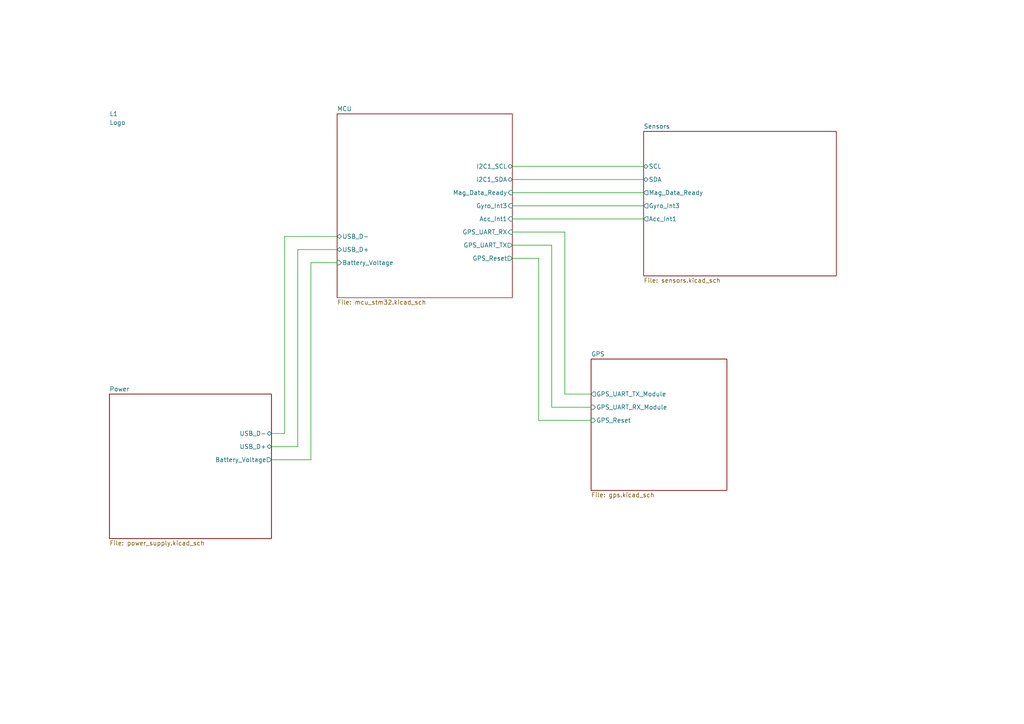
<source format=kicad_sch>
(kicad_sch (version 20211123) (generator eeschema)

  (uuid d1fb9737-5f7a-4af8-ac65-2a79f6890dc7)

  (paper "A4")

  (lib_symbols
    (symbol "Components:Logo" (in_bom yes) (on_board yes)
      (property "Reference" "L" (id 0) (at 0 0 0)
        (effects (font (size 1.27 1.27)))
      )
      (property "Value" "Logo" (id 1) (at 0 0 0)
        (effects (font (size 1.27 1.27)))
      )
      (property "Footprint" "Components:ICSS_Logo" (id 2) (at 0 0 0)
        (effects (font (size 1.27 1.27)) hide)
      )
      (property "Datasheet" "" (id 3) (at 0 0 0)
        (effects (font (size 1.27 1.27)) hide)
      )
    )
  )


  (wire (pts (xy 82.55 125.73) (xy 82.55 68.58))
    (stroke (width 0) (type default) (color 0 0 0 0))
    (uuid 47971295-44da-4df9-ae38-e7d2ec30e2e5)
  )
  (wire (pts (xy 86.36 72.39) (xy 86.36 129.54))
    (stroke (width 0) (type default) (color 0 0 0 0))
    (uuid 51ba0bc4-6551-47fc-94de-43c4355e1414)
  )
  (wire (pts (xy 156.21 74.93) (xy 156.21 121.92))
    (stroke (width 0) (type default) (color 0 0 0 0))
    (uuid 56cfbbc8-0159-460c-9d23-09b05a253cde)
  )
  (wire (pts (xy 97.79 72.39) (xy 86.36 72.39))
    (stroke (width 0) (type default) (color 0 0 0 0))
    (uuid 598115af-a67d-4cb8-8d3f-030487e5dcc9)
  )
  (wire (pts (xy 82.55 68.58) (xy 97.79 68.58))
    (stroke (width 0) (type default) (color 0 0 0 0))
    (uuid 5bb314d7-fe77-4004-b42f-17d9a8c48f60)
  )
  (wire (pts (xy 160.02 71.12) (xy 160.02 118.11))
    (stroke (width 0) (type default) (color 0 0 0 0))
    (uuid 6a0dcf17-41f0-4c0c-b32c-5a8e2a89ccc2)
  )
  (wire (pts (xy 78.74 125.73) (xy 82.55 125.73))
    (stroke (width 0) (type default) (color 0 0 0 0))
    (uuid 6fd73cd6-eb6e-4eb7-81d4-c63a321231b9)
  )
  (wire (pts (xy 163.83 114.3) (xy 171.45 114.3))
    (stroke (width 0) (type default) (color 0 0 0 0))
    (uuid 88c9d8e1-016d-4790-afb5-e84b320d5b5e)
  )
  (wire (pts (xy 90.17 133.35) (xy 90.17 76.2))
    (stroke (width 0) (type default) (color 0 0 0 0))
    (uuid 9543ed53-26ce-4812-b749-86aee05604d6)
  )
  (wire (pts (xy 148.59 59.69) (xy 186.69 59.69))
    (stroke (width 0) (type default) (color 0 0 0 0))
    (uuid a1227779-b1c7-4d01-a809-04139834e060)
  )
  (wire (pts (xy 148.59 71.12) (xy 160.02 71.12))
    (stroke (width 0) (type default) (color 0 0 0 0))
    (uuid a86599e4-7527-4487-9c86-01aca2f32f8f)
  )
  (wire (pts (xy 163.83 67.31) (xy 163.83 114.3))
    (stroke (width 0) (type default) (color 0 0 0 0))
    (uuid b36a26ba-c8f5-4463-a07c-4573f1f0416a)
  )
  (wire (pts (xy 148.59 55.88) (xy 186.69 55.88))
    (stroke (width 0) (type default) (color 0 0 0 0))
    (uuid bde5c433-2172-4997-a5b0-6ad2cca4a85b)
  )
  (wire (pts (xy 160.02 118.11) (xy 171.45 118.11))
    (stroke (width 0) (type default) (color 0 0 0 0))
    (uuid c279e77b-9aa6-4385-9529-4c8bf45e720a)
  )
  (wire (pts (xy 148.59 74.93) (xy 156.21 74.93))
    (stroke (width 0) (type default) (color 0 0 0 0))
    (uuid c499bdcf-9fff-4b0a-97fd-96ce9295a3b2)
  )
  (wire (pts (xy 148.59 52.07) (xy 186.69 52.07))
    (stroke (width 0) (type default) (color 0 0 0 0))
    (uuid c686a321-225c-42e6-a726-d5a38dfcf073)
  )
  (wire (pts (xy 78.74 129.54) (xy 86.36 129.54))
    (stroke (width 0) (type default) (color 0 0 0 0))
    (uuid d58bd040-0e99-455a-9178-c940d0a48145)
  )
  (wire (pts (xy 148.59 63.5) (xy 186.69 63.5))
    (stroke (width 0) (type default) (color 0 0 0 0))
    (uuid e05753ed-7341-47b0-ac09-2147a626ae3f)
  )
  (wire (pts (xy 148.59 67.31) (xy 163.83 67.31))
    (stroke (width 0) (type default) (color 0 0 0 0))
    (uuid e3104fbb-dec7-4359-9856-ed881fabcdb1)
  )
  (wire (pts (xy 90.17 76.2) (xy 97.79 76.2))
    (stroke (width 0) (type default) (color 0 0 0 0))
    (uuid ebcd0142-5adb-46e6-9c10-14672df7e3c7)
  )
  (wire (pts (xy 156.21 121.92) (xy 171.45 121.92))
    (stroke (width 0) (type default) (color 0 0 0 0))
    (uuid ec5a9906-e68f-40f5-8383-08d2bb547772)
  )
  (wire (pts (xy 78.74 133.35) (xy 90.17 133.35))
    (stroke (width 0) (type default) (color 0 0 0 0))
    (uuid f8eb6cac-016b-43ab-845c-ec6b2bf62fd5)
  )
  (wire (pts (xy 148.59 48.26) (xy 186.69 48.26))
    (stroke (width 0) (type default) (color 0 0 0 0))
    (uuid f9a84e8b-56af-4b2c-8be7-8fa7df9e095a)
  )

  (symbol (lib_id "Components:Logo") (at 30.48 34.29 0) (unit 1)
    (in_bom yes) (on_board yes) (fields_autoplaced)
    (uuid 707d4321-6a5f-431a-bddf-316d812079af)
    (property "Reference" "L1" (id 0) (at 31.75 33.0199 0)
      (effects (font (size 1.27 1.27)) (justify left))
    )
    (property "Value" "Logo" (id 1) (at 31.75 35.5599 0)
      (effects (font (size 1.27 1.27)) (justify left))
    )
    (property "Footprint" "Components:ICSS_Logo" (id 2) (at 30.48 34.29 0)
      (effects (font (size 1.27 1.27)) hide)
    )
    (property "Datasheet" "" (id 3) (at 30.48 34.29 0)
      (effects (font (size 1.27 1.27)) hide)
    )
  )

  (sheet (at 186.69 38.1) (size 55.88 41.91) (fields_autoplaced)
    (stroke (width 0.1524) (type solid) (color 0 0 0 0))
    (fill (color 0 0 0 0.0000))
    (uuid 0e7a8511-bb07-4cdf-8fc9-61e0cb55f4d9)
    (property "Sheet name" "Sensors" (id 0) (at 186.69 37.3884 0)
      (effects (font (size 1.27 1.27)) (justify left bottom))
    )
    (property "Sheet file" "sensors.kicad_sch" (id 1) (at 186.69 80.5946 0)
      (effects (font (size 1.27 1.27)) (justify left top))
    )
    (pin "SCL" bidirectional (at 186.69 48.26 180)
      (effects (font (size 1.27 1.27)) (justify left))
      (uuid 0480b4c4-5e78-4d41-b77f-b307df2e5b8b)
    )
    (pin "SDA" bidirectional (at 186.69 52.07 180)
      (effects (font (size 1.27 1.27)) (justify left))
      (uuid 860cbbc5-e272-4298-8ae7-0a38d3f35bc5)
    )
    (pin "Mag_Data_Ready" output (at 186.69 55.88 180)
      (effects (font (size 1.27 1.27)) (justify left))
      (uuid 938f1583-d85a-413a-ba04-f838e67107f5)
    )
    (pin "Acc_Int1" output (at 186.69 63.5 180)
      (effects (font (size 1.27 1.27)) (justify left))
      (uuid 8e6e8c99-e46a-4913-bafc-ed728b4f554b)
    )
    (pin "Gyro_Int3" output (at 186.69 59.69 180)
      (effects (font (size 1.27 1.27)) (justify left))
      (uuid c200c320-d46a-4a90-8c92-309bfd5905fc)
    )
  )

  (sheet (at 31.75 114.3) (size 46.99 41.91) (fields_autoplaced)
    (stroke (width 0.1524) (type solid) (color 0 0 0 0))
    (fill (color 0 0 0 0.0000))
    (uuid 5a4d8c5a-da32-47cd-8dfd-858fccee0cc7)
    (property "Sheet name" "Power" (id 0) (at 31.75 113.5884 0)
      (effects (font (size 1.27 1.27)) (justify left bottom))
    )
    (property "Sheet file" "power_supply.kicad_sch" (id 1) (at 31.75 156.7946 0)
      (effects (font (size 1.27 1.27)) (justify left top))
    )
    (pin "Battery_Voltage" output (at 78.74 133.35 0)
      (effects (font (size 1.27 1.27)) (justify right))
      (uuid 52db1224-560d-4c27-848c-d78f656c2684)
    )
    (pin "USB_D+" bidirectional (at 78.74 129.54 0)
      (effects (font (size 1.27 1.27)) (justify right))
      (uuid cfc18820-0684-4a40-8cc2-5ecd44ab7012)
    )
    (pin "USB_D-" bidirectional (at 78.74 125.73 0)
      (effects (font (size 1.27 1.27)) (justify right))
      (uuid e32e8c74-081a-460b-aa4e-d5e891c40ad1)
    )
  )

  (sheet (at 171.45 104.14) (size 39.37 38.1) (fields_autoplaced)
    (stroke (width 0.1524) (type solid) (color 0 0 0 0))
    (fill (color 0 0 0 0.0000))
    (uuid 91cf0010-9ee0-4eb5-a57e-e0ac00755c97)
    (property "Sheet name" "GPS" (id 0) (at 171.45 103.4284 0)
      (effects (font (size 1.27 1.27)) (justify left bottom))
    )
    (property "Sheet file" "gps.kicad_sch" (id 1) (at 171.45 142.8246 0)
      (effects (font (size 1.27 1.27)) (justify left top))
    )
    (pin "GPS_Reset" input (at 171.45 121.92 180)
      (effects (font (size 1.27 1.27)) (justify left))
      (uuid c5d4d55e-f470-4210-8d4e-016745ce2717)
    )
    (pin "GPS_UART_TX_Module" output (at 171.45 114.3 180)
      (effects (font (size 1.27 1.27)) (justify left))
      (uuid 61b9a580-c73e-4dd0-86ad-28ca6d630ecc)
    )
    (pin "GPS_UART_RX_Module" input (at 171.45 118.11 180)
      (effects (font (size 1.27 1.27)) (justify left))
      (uuid 7ae90bf2-4d5f-4e4b-8a42-6e3c50089f3e)
    )
  )

  (sheet (at 97.79 33.02) (size 50.8 53.34) (fields_autoplaced)
    (stroke (width 0.1524) (type solid) (color 0 0 0 0))
    (fill (color 0 0 0 0.0000))
    (uuid b2e7fea0-7ba9-48b0-990f-5c369d704fdf)
    (property "Sheet name" "MCU" (id 0) (at 97.79 32.3084 0)
      (effects (font (size 1.27 1.27)) (justify left bottom))
    )
    (property "Sheet file" "mcu_stm32.kicad_sch" (id 1) (at 97.79 86.9446 0)
      (effects (font (size 1.27 1.27)) (justify left top))
    )
    (pin "Battery_Voltage" input (at 97.79 76.2 180)
      (effects (font (size 1.27 1.27)) (justify left))
      (uuid 13afaf8d-9dc2-40d8-a6bc-d968cb6cc435)
    )
    (pin "GPS_UART_RX" input (at 148.59 67.31 0)
      (effects (font (size 1.27 1.27)) (justify right))
      (uuid 880ab741-1131-417d-b669-9c651a57f515)
    )
    (pin "GPS_UART_TX" output (at 148.59 71.12 0)
      (effects (font (size 1.27 1.27)) (justify right))
      (uuid d91e256e-553d-4474-bfbe-c83fd090cd28)
    )
    (pin "GPS_Reset" output (at 148.59 74.93 0)
      (effects (font (size 1.27 1.27)) (justify right))
      (uuid 16e3dd60-9120-4372-ae6f-2dea3812ddea)
    )
    (pin "USB_D-" bidirectional (at 97.79 68.58 180)
      (effects (font (size 1.27 1.27)) (justify left))
      (uuid f9d37cb7-397f-4ce2-877b-bb5d58471189)
    )
    (pin "USB_D+" bidirectional (at 97.79 72.39 180)
      (effects (font (size 1.27 1.27)) (justify left))
      (uuid 37fc8443-8098-4839-8d28-52b0c7f02fe6)
    )
    (pin "I2C1_SDA" bidirectional (at 148.59 52.07 0)
      (effects (font (size 1.27 1.27)) (justify right))
      (uuid 16891da9-bc51-4d56-8167-44ea1c50ab1e)
    )
    (pin "I2C1_SCL" bidirectional (at 148.59 48.26 0)
      (effects (font (size 1.27 1.27)) (justify right))
      (uuid 9eca99b8-2151-4fd3-866e-d20183fd48f1)
    )
    (pin "Acc_Int1" input (at 148.59 63.5 0)
      (effects (font (size 1.27 1.27)) (justify right))
      (uuid cf770ad8-81c7-476f-acf5-911c8324da00)
    )
    (pin "Gyro_Int3" input (at 148.59 59.69 0)
      (effects (font (size 1.27 1.27)) (justify right))
      (uuid dcfe20eb-1f02-4000-8430-f4a0e1b118db)
    )
    (pin "Mag_Data_Ready" input (at 148.59 55.88 0)
      (effects (font (size 1.27 1.27)) (justify right))
      (uuid a6533f9b-5fb9-4c90-b81a-b0c1d02a1206)
    )
  )

  (sheet_instances
    (path "/" (page "1"))
    (path "/b2e7fea0-7ba9-48b0-990f-5c369d704fdf" (page "3"))
    (path "/0e7a8511-bb07-4cdf-8fc9-61e0cb55f4d9" (page "3"))
    (path "/5a4d8c5a-da32-47cd-8dfd-858fccee0cc7" (page "5"))
    (path "/91cf0010-9ee0-4eb5-a57e-e0ac00755c97" (page "5"))
  )

  (symbol_instances
    (path "/5a4d8c5a-da32-47cd-8dfd-858fccee0cc7/c1196ddf-17fb-4df6-8d28-69daa69a3511"
      (reference "#FLG0102") (unit 1) (value "PWR_FLAG") (footprint "")
    )
    (path "/0e7a8511-bb07-4cdf-8fc9-61e0cb55f4d9/443886d2-fb55-4fd8-8135-83f1c746e9db"
      (reference "#PWR0101") (unit 1) (value "GND") (footprint "")
    )
    (path "/0e7a8511-bb07-4cdf-8fc9-61e0cb55f4d9/75c84ad0-9e28-4279-b064-0beebeaa0453"
      (reference "#PWR0102") (unit 1) (value "GND") (footprint "")
    )
    (path "/0e7a8511-bb07-4cdf-8fc9-61e0cb55f4d9/0ed6d568-4ff0-4706-981e-644385d4eeaf"
      (reference "#PWR0103") (unit 1) (value "+3.3V") (footprint "")
    )
    (path "/0e7a8511-bb07-4cdf-8fc9-61e0cb55f4d9/275e6250-f94b-40a1-8230-c43fb0e7da95"
      (reference "#PWR0104") (unit 1) (value "+3.3VA") (footprint "")
    )
    (path "/5a4d8c5a-da32-47cd-8dfd-858fccee0cc7/08aeac21-7699-4d2b-aef1-4919dddff50c"
      (reference "#PWR0105") (unit 1) (value "VBUS") (footprint "")
    )
    (path "/5a4d8c5a-da32-47cd-8dfd-858fccee0cc7/c6563d16-7e65-4d9a-ad21-68457113e7bc"
      (reference "#PWR0106") (unit 1) (value "VBUS") (footprint "")
    )
    (path "/5a4d8c5a-da32-47cd-8dfd-858fccee0cc7/5eaa5d99-f75d-4c21-87aa-e3442a117606"
      (reference "#PWR0107") (unit 1) (value "GND") (footprint "")
    )
    (path "/5a4d8c5a-da32-47cd-8dfd-858fccee0cc7/344f6c00-7c26-47ec-979d-852a4539b089"
      (reference "#PWR0108") (unit 1) (value "GND") (footprint "")
    )
    (path "/5a4d8c5a-da32-47cd-8dfd-858fccee0cc7/5fb14000-4295-4339-887a-315f8fdceb49"
      (reference "#PWR0109") (unit 1) (value "GND") (footprint "")
    )
    (path "/5a4d8c5a-da32-47cd-8dfd-858fccee0cc7/6b646404-a4c9-4121-acde-51301d3172fb"
      (reference "#PWR0110") (unit 1) (value "GND") (footprint "")
    )
    (path "/5a4d8c5a-da32-47cd-8dfd-858fccee0cc7/8de4c686-70bd-4a0e-b6f4-7374a9df5098"
      (reference "#PWR0111") (unit 1) (value "GND") (footprint "")
    )
    (path "/5a4d8c5a-da32-47cd-8dfd-858fccee0cc7/2089fda6-4f47-4e7f-91dd-f604b3f350f9"
      (reference "#PWR0112") (unit 1) (value "GND") (footprint "")
    )
    (path "/5a4d8c5a-da32-47cd-8dfd-858fccee0cc7/3975a517-85d0-4096-b602-472abd03ef7e"
      (reference "#PWR0113") (unit 1) (value "GND") (footprint "")
    )
    (path "/5a4d8c5a-da32-47cd-8dfd-858fccee0cc7/1fe0f843-f74c-424a-ab04-ee1e9d27a10f"
      (reference "#PWR0114") (unit 1) (value "+3.3V") (footprint "")
    )
    (path "/5a4d8c5a-da32-47cd-8dfd-858fccee0cc7/9791f08e-7fdc-48eb-b890-ac1c6195ae2d"
      (reference "#PWR0115") (unit 1) (value "GND") (footprint "")
    )
    (path "/b2e7fea0-7ba9-48b0-990f-5c369d704fdf/594ec6ab-bbe6-47f7-9395-cc01bf75e081"
      (reference "#PWR0116") (unit 1) (value "+3.3V") (footprint "")
    )
    (path "/91cf0010-9ee0-4eb5-a57e-e0ac00755c97/031de0cd-29dd-42a9-8bde-1670eaa55faf"
      (reference "#PWR0117") (unit 1) (value "GND") (footprint "")
    )
    (path "/91cf0010-9ee0-4eb5-a57e-e0ac00755c97/2b66175e-78fc-45dc-a64f-918e2df9b7f8"
      (reference "#PWR0118") (unit 1) (value "GND") (footprint "")
    )
    (path "/91cf0010-9ee0-4eb5-a57e-e0ac00755c97/f37285dc-c9c9-4bfb-982b-e80c9291b162"
      (reference "#PWR0119") (unit 1) (value "GND") (footprint "")
    )
    (path "/91cf0010-9ee0-4eb5-a57e-e0ac00755c97/58dba467-d27c-489e-b947-4abcf9a4af27"
      (reference "#PWR0120") (unit 1) (value "+3.3V") (footprint "")
    )
    (path "/91cf0010-9ee0-4eb5-a57e-e0ac00755c97/38daa7a8-d78c-4988-b68e-99c12cb770fe"
      (reference "#PWR0121") (unit 1) (value "GND") (footprint "")
    )
    (path "/b2e7fea0-7ba9-48b0-990f-5c369d704fdf/cb63274e-d63b-4592-a7da-ec5f931cc723"
      (reference "#PWR0122") (unit 1) (value "GND") (footprint "")
    )
    (path "/b2e7fea0-7ba9-48b0-990f-5c369d704fdf/137a5f87-9aec-4130-8918-7bdff85959f1"
      (reference "#PWR0123") (unit 1) (value "GND") (footprint "")
    )
    (path "/b2e7fea0-7ba9-48b0-990f-5c369d704fdf/db87797e-cd85-45f0-8806-da57801b3aac"
      (reference "#PWR0124") (unit 1) (value "+3.3V") (footprint "")
    )
    (path "/b2e7fea0-7ba9-48b0-990f-5c369d704fdf/c1718eb1-2823-49ee-97fb-06f3479ed296"
      (reference "#PWR0125") (unit 1) (value "+3.3V") (footprint "")
    )
    (path "/b2e7fea0-7ba9-48b0-990f-5c369d704fdf/2e842600-e27b-4fc9-9f4d-b05a01389629"
      (reference "#PWR0126") (unit 1) (value "GND") (footprint "")
    )
    (path "/b2e7fea0-7ba9-48b0-990f-5c369d704fdf/2e7fe68c-923b-40e1-ae5a-febedf8a21b0"
      (reference "#PWR0127") (unit 1) (value "GND") (footprint "")
    )
    (path "/b2e7fea0-7ba9-48b0-990f-5c369d704fdf/44ac0cd8-c56a-486e-b4f8-9ed4a9dc66e0"
      (reference "#PWR0128") (unit 1) (value "+3.3VA") (footprint "")
    )
    (path "/b2e7fea0-7ba9-48b0-990f-5c369d704fdf/19028174-143d-454f-8449-2838da97afe9"
      (reference "#PWR0129") (unit 1) (value "+3.3VA") (footprint "")
    )
    (path "/b2e7fea0-7ba9-48b0-990f-5c369d704fdf/7d13a162-4ded-4ff1-903e-a6ff6e2a22f5"
      (reference "#PWR0130") (unit 1) (value "+3.3V") (footprint "")
    )
    (path "/b2e7fea0-7ba9-48b0-990f-5c369d704fdf/1b5486e5-ddbb-44d5-99b3-9e68b1c3a7c2"
      (reference "#PWR0131") (unit 1) (value "GND") (footprint "")
    )
    (path "/b2e7fea0-7ba9-48b0-990f-5c369d704fdf/d1fff9cf-5df3-45d0-9cd0-70d0b5454a2e"
      (reference "#PWR0132") (unit 1) (value "+3.3V") (footprint "")
    )
    (path "/b2e7fea0-7ba9-48b0-990f-5c369d704fdf/69588c1f-18b0-44c4-abd2-835ed36d2cc0"
      (reference "#PWR0133") (unit 1) (value "GND") (footprint "")
    )
    (path "/b2e7fea0-7ba9-48b0-990f-5c369d704fdf/713ed4d8-3624-4a1b-91a0-8928a19a1f38"
      (reference "#PWR0134") (unit 1) (value "GND") (footprint "")
    )
    (path "/0e7a8511-bb07-4cdf-8fc9-61e0cb55f4d9/d9f7aed5-9501-4d2c-bcf0-439072c27e81"
      (reference "#PWR0135") (unit 1) (value "GND") (footprint "")
    )
    (path "/0e7a8511-bb07-4cdf-8fc9-61e0cb55f4d9/57f82ccb-7739-43e9-b442-518cb3b3ac96"
      (reference "#PWR0136") (unit 1) (value "GND") (footprint "")
    )
    (path "/0e7a8511-bb07-4cdf-8fc9-61e0cb55f4d9/14272c19-9cda-448c-99ba-6ac744f1e184"
      (reference "#PWR0137") (unit 1) (value "+3.3V") (footprint "")
    )
    (path "/0e7a8511-bb07-4cdf-8fc9-61e0cb55f4d9/31bf2d11-c4e5-4923-b7cf-edda45f3b2de"
      (reference "#PWR0138") (unit 1) (value "GND") (footprint "")
    )
    (path "/0e7a8511-bb07-4cdf-8fc9-61e0cb55f4d9/189e1ea7-9b11-453f-9666-2914d42912ba"
      (reference "#PWR0139") (unit 1) (value "GND") (footprint "")
    )
    (path "/0e7a8511-bb07-4cdf-8fc9-61e0cb55f4d9/20481faf-9cac-4286-b03d-8262e09cee96"
      (reference "#PWR0140") (unit 1) (value "GND") (footprint "")
    )
    (path "/0e7a8511-bb07-4cdf-8fc9-61e0cb55f4d9/44e512aa-a855-457a-ab46-1d45c2ce7176"
      (reference "#PWR0141") (unit 1) (value "GND") (footprint "")
    )
    (path "/0e7a8511-bb07-4cdf-8fc9-61e0cb55f4d9/59d7023a-6c9a-4a27-a063-9abd603ef392"
      (reference "#PWR0142") (unit 1) (value "+3.3V") (footprint "")
    )
    (path "/0e7a8511-bb07-4cdf-8fc9-61e0cb55f4d9/01b0e2d3-6aab-42b8-a77e-af64a5d93132"
      (reference "#PWR0143") (unit 1) (value "+3.3VA") (footprint "")
    )
    (path "/0e7a8511-bb07-4cdf-8fc9-61e0cb55f4d9/454e23a4-1a05-481e-a83d-50bb1b755957"
      (reference "#PWR0144") (unit 1) (value "GND") (footprint "")
    )
    (path "/0e7a8511-bb07-4cdf-8fc9-61e0cb55f4d9/8d788c0b-357d-4506-bdd5-3316bd01826e"
      (reference "#PWR0145") (unit 1) (value "GND") (footprint "")
    )
    (path "/b2e7fea0-7ba9-48b0-990f-5c369d704fdf/014f5a8e-e1c9-4788-9fb2-86c26862f21b"
      (reference "#PWR0146") (unit 1) (value "+3.3V") (footprint "")
    )
    (path "/b2e7fea0-7ba9-48b0-990f-5c369d704fdf/558bef1b-513b-40ce-9c6e-493a5678e1d1"
      (reference "#PWR0147") (unit 1) (value "GND") (footprint "")
    )
    (path "/5a4d8c5a-da32-47cd-8dfd-858fccee0cc7/bd55b877-e807-4bf2-b2b4-4049dbdf8b45"
      (reference "#PWR0148") (unit 1) (value "GND") (footprint "")
    )
    (path "/b2e7fea0-7ba9-48b0-990f-5c369d704fdf/ce8151b0-07f0-4e10-8fdc-46b39fdd3f98"
      (reference "#PWR0149") (unit 1) (value "GND") (footprint "")
    )
    (path "/5a4d8c5a-da32-47cd-8dfd-858fccee0cc7/550e5b0e-3817-46ff-ba3b-683d22a3774f"
      (reference "#PWR0150") (unit 1) (value "GND") (footprint "")
    )
    (path "/b2e7fea0-7ba9-48b0-990f-5c369d704fdf/f066d58b-c1e9-4ee7-9bd2-ec8141188c8f"
      (reference "#PWR0151") (unit 1) (value "+3.3V") (footprint "")
    )
    (path "/b2e7fea0-7ba9-48b0-990f-5c369d704fdf/561023e8-da6a-45e3-8ec7-814bc3366309"
      (reference "#PWR0152") (unit 1) (value "GND") (footprint "")
    )
    (path "/b2e7fea0-7ba9-48b0-990f-5c369d704fdf/254dd6fd-56b8-469a-a302-0af2a60efbf5"
      (reference "#PWR0153") (unit 1) (value "GND") (footprint "")
    )
    (path "/b2e7fea0-7ba9-48b0-990f-5c369d704fdf/f97d912f-aa6c-4acb-b164-667d26e4ec3f"
      (reference "#PWR0154") (unit 1) (value "GND") (footprint "")
    )
    (path "/0e7a8511-bb07-4cdf-8fc9-61e0cb55f4d9/dcda0964-ba64-44db-bfcf-73cbdcb576fb"
      (reference "#PWR0155") (unit 1) (value "GND") (footprint "")
    )
    (path "/b2e7fea0-7ba9-48b0-990f-5c369d704fdf/7de68f61-4c16-4c95-8ac6-cb0e2017538c"
      (reference "#PWR0156") (unit 1) (value "GND") (footprint "")
    )
    (path "/91cf0010-9ee0-4eb5-a57e-e0ac00755c97/a8d90484-ef1d-4d89-8844-9052ed12ccb4"
      (reference "#PWR0157") (unit 1) (value "+3.3V") (footprint "")
    )
    (path "/b2e7fea0-7ba9-48b0-990f-5c369d704fdf/fa61b92e-aed0-4608-8216-a0d29d62806b"
      (reference "#PWR0158") (unit 1) (value "+3.3V") (footprint "")
    )
    (path "/0e7a8511-bb07-4cdf-8fc9-61e0cb55f4d9/ad121358-4256-4108-9a2e-f0eebde602b0"
      (reference "#PWR0159") (unit 1) (value "+3.3VA") (footprint "")
    )
    (path "/0e7a8511-bb07-4cdf-8fc9-61e0cb55f4d9/340815ca-5895-42b1-8ca2-152ec3cee0a3"
      (reference "#PWR0160") (unit 1) (value "+3.3V") (footprint "")
    )
    (path "/0e7a8511-bb07-4cdf-8fc9-61e0cb55f4d9/5b47227e-c231-4cc8-894e-420d4391fd7a"
      (reference "#PWR0161") (unit 1) (value "+3.3V") (footprint "")
    )
    (path "/0e7a8511-bb07-4cdf-8fc9-61e0cb55f4d9/88affa64-ff64-412e-9baf-e3fdb3141087"
      (reference "#PWR0162") (unit 1) (value "GND") (footprint "")
    )
    (path "/0e7a8511-bb07-4cdf-8fc9-61e0cb55f4d9/268973f5-9c55-4078-8d40-7eed042f832f"
      (reference "#PWR0163") (unit 1) (value "GND") (footprint "")
    )
    (path "/0e7a8511-bb07-4cdf-8fc9-61e0cb55f4d9/98069769-9eb8-471b-9c87-68beaf30313a"
      (reference "#PWR0164") (unit 1) (value "GND") (footprint "")
    )
    (path "/0e7a8511-bb07-4cdf-8fc9-61e0cb55f4d9/532c95ce-f067-4d69-bc9a-0f63f5e8663b"
      (reference "#PWR0165") (unit 1) (value "GND") (footprint "")
    )
    (path "/b2e7fea0-7ba9-48b0-990f-5c369d704fdf/efda26c1-1b2e-45fc-8118-8714daea6824"
      (reference "#PWR0166") (unit 1) (value "+3.3V") (footprint "")
    )
    (path "/b2e7fea0-7ba9-48b0-990f-5c369d704fdf/6b5ab9a6-ff3f-4ed7-b55a-df06ce82df1b"
      (reference "#PWR0167") (unit 1) (value "GND") (footprint "")
    )
    (path "/b2e7fea0-7ba9-48b0-990f-5c369d704fdf/d3b74c15-763f-4160-a999-3b63c978e650"
      (reference "#PWR0168") (unit 1) (value "GND") (footprint "")
    )
    (path "/b2e7fea0-7ba9-48b0-990f-5c369d704fdf/3e7d6ed2-60d5-43e0-ae43-ea1badf3fbb1"
      (reference "#PWR0169") (unit 1) (value "GND") (footprint "")
    )
    (path "/b2e7fea0-7ba9-48b0-990f-5c369d704fdf/96b13965-42f5-4dc1-836e-1e72c7c77ace"
      (reference "#PWR0170") (unit 1) (value "GND") (footprint "")
    )
    (path "/b2e7fea0-7ba9-48b0-990f-5c369d704fdf/da04dc06-cd09-40f6-8d4f-2aa24f41bfcc"
      (reference "#PWR0171") (unit 1) (value "GND") (footprint "")
    )
    (path "/0e7a8511-bb07-4cdf-8fc9-61e0cb55f4d9/290ef2d9-a7a7-40cd-bcbe-6d4903f8532d"
      (reference "C1") (unit 1) (value "100nF") (footprint "Components:C_0603_1608Metric")
    )
    (path "/0e7a8511-bb07-4cdf-8fc9-61e0cb55f4d9/1494089a-0dd3-4c7e-afaa-5307d21af995"
      (reference "C2") (unit 1) (value "100nF") (footprint "Components:C_0603_1608Metric")
    )
    (path "/5a4d8c5a-da32-47cd-8dfd-858fccee0cc7/2032a566-bd4c-4d12-8481-bbeec526ef6f"
      (reference "C3") (unit 1) (value "1uF") (footprint "Components:C_0603_1608Metric")
    )
    (path "/5a4d8c5a-da32-47cd-8dfd-858fccee0cc7/befebb39-5745-4b8b-bfb0-d9d0e889723e"
      (reference "C4") (unit 1) (value "1uF") (footprint "Components:C_0603_1608Metric")
    )
    (path "/b2e7fea0-7ba9-48b0-990f-5c369d704fdf/0c5e8255-db9a-44c8-911e-028746927993"
      (reference "C5") (unit 1) (value "100nF") (footprint "Components:C_0603_1608Metric")
    )
    (path "/b2e7fea0-7ba9-48b0-990f-5c369d704fdf/7ae98499-1ada-4187-a897-ff92674c31bf"
      (reference "C6") (unit 1) (value "100nF") (footprint "Components:C_0603_1608Metric")
    )
    (path "/b2e7fea0-7ba9-48b0-990f-5c369d704fdf/dfd35f17-eb76-4352-b8e9-5a463a31c71e"
      (reference "C7") (unit 1) (value "100nF") (footprint "Components:C_0603_1608Metric")
    )
    (path "/b2e7fea0-7ba9-48b0-990f-5c369d704fdf/54d7ace2-8846-4211-8382-18552f83cc9f"
      (reference "C8") (unit 1) (value "100nF") (footprint "Components:C_0603_1608Metric")
    )
    (path "/b2e7fea0-7ba9-48b0-990f-5c369d704fdf/4713ac90-60fc-4d23-8e4c-49857d619894"
      (reference "C9") (unit 1) (value "4.7uF") (footprint "Components:C_0603_1608Metric")
    )
    (path "/b2e7fea0-7ba9-48b0-990f-5c369d704fdf/16585480-0817-45dc-96e0-02d086efae81"
      (reference "C10") (unit 1) (value "100nF") (footprint "Components:C_0603_1608Metric")
    )
    (path "/b2e7fea0-7ba9-48b0-990f-5c369d704fdf/091708de-8e3d-4291-9338-77c1dd8ce500"
      (reference "C11") (unit 1) (value "1uF") (footprint "Components:C_0603_1608Metric")
    )
    (path "/b2e7fea0-7ba9-48b0-990f-5c369d704fdf/f1c6bc13-fb28-49e8-be3f-d160f4eac253"
      (reference "C12") (unit 1) (value "1uF") (footprint "Components:C_0603_1608Metric")
    )
    (path "/b2e7fea0-7ba9-48b0-990f-5c369d704fdf/3be0a927-5fed-42f9-b6be-f5acea474a5a"
      (reference "C13") (unit 1) (value "100nF") (footprint "Components:C_0603_1608Metric")
    )
    (path "/0e7a8511-bb07-4cdf-8fc9-61e0cb55f4d9/13c0b2ff-92b6-45a5-b2cd-34b07c6e0049"
      (reference "C14") (unit 1) (value "100nF") (footprint "Components:C_0603_1608Metric")
    )
    (path "/0e7a8511-bb07-4cdf-8fc9-61e0cb55f4d9/f8315bd0-8801-4ab8-bcce-fc5bbc25d3c5"
      (reference "C15") (unit 1) (value "100nF") (footprint "Components:C_0603_1608Metric")
    )
    (path "/5a4d8c5a-da32-47cd-8dfd-858fccee0cc7/51340589-033f-4817-8e4e-cf924c831231"
      (reference "C16") (unit 1) (value "4.7uF") (footprint "Capacitor_SMD:C_1206_3216Metric_Pad1.33x1.80mm_HandSolder")
    )
    (path "/b2e7fea0-7ba9-48b0-990f-5c369d704fdf/0818a10f-22ca-414a-895d-1edac65f3e7c"
      (reference "C17") (unit 1) (value "15pF") (footprint "Components:C_0603_1608Metric")
    )
    (path "/b2e7fea0-7ba9-48b0-990f-5c369d704fdf/3ccbb65f-9dbb-493e-9bb6-274e751c7542"
      (reference "C18") (unit 1) (value "15pF") (footprint "Components:C_0603_1608Metric")
    )
    (path "/91cf0010-9ee0-4eb5-a57e-e0ac00755c97/c99fff82-2de5-457d-acc2-1abb2833d1f6"
      (reference "C19") (unit 1) (value "100nF") (footprint "Components:C_0603_1608Metric")
    )
    (path "/91cf0010-9ee0-4eb5-a57e-e0ac00755c97/50a0ef15-06e0-4029-8dd9-e59a811a0ca1"
      (reference "C20") (unit 1) (value "100nF") (footprint "Components:C_0603_1608Metric")
    )
    (path "/0e7a8511-bb07-4cdf-8fc9-61e0cb55f4d9/5471f89f-61b4-4644-9362-7861429ade4a"
      (reference "C21") (unit 1) (value "100nF") (footprint "Components:C_0603_1608Metric")
    )
    (path "/b2e7fea0-7ba9-48b0-990f-5c369d704fdf/a6f654e2-b35c-4741-b8c3-d5bea9848c75"
      (reference "C22") (unit 1) (value "4.7uF") (footprint "Components:C_0603_1608Metric")
    )
    (path "/0e7a8511-bb07-4cdf-8fc9-61e0cb55f4d9/728b0cce-8c3d-44fd-8426-4bdcb0c6cffe"
      (reference "C23") (unit 1) (value "100nF") (footprint "Components:C_0603_1608Metric")
    )
    (path "/0e7a8511-bb07-4cdf-8fc9-61e0cb55f4d9/7487d4ff-b30f-4a3f-9c3f-31bf217af054"
      (reference "C24") (unit 1) (value "100nF") (footprint "Components:C_0603_1608Metric")
    )
    (path "/b2e7fea0-7ba9-48b0-990f-5c369d704fdf/78e8553c-8a7a-4109-8f45-dac97d689117"
      (reference "C27") (unit 1) (value "100nF") (footprint "Capacitor_SMD:C_0603_1608Metric_Pad1.08x0.95mm_HandSolder")
    )
    (path "/5a4d8c5a-da32-47cd-8dfd-858fccee0cc7/bba0d31a-418a-4e8f-83f7-a25be8737299"
      (reference "D1") (unit 1) (value "DFLS130L") (footprint "Components:PowerDI123")
    )
    (path "/b2e7fea0-7ba9-48b0-990f-5c369d704fdf/cd0b86ff-1c0b-496f-b406-cd1ee8f93729"
      (reference "D2") (unit 1) (value "DFLS130L") (footprint "Components:PowerDI123")
    )
    (path "/b2e7fea0-7ba9-48b0-990f-5c369d704fdf/eb35fd78-ff8b-45b0-9b94-d7a23c11653c"
      (reference "D3") (unit 1) (value "LED_0603") (footprint "Components:C_0603_1608Metric")
    )
    (path "/b2e7fea0-7ba9-48b0-990f-5c369d704fdf/adcd9279-5c8d-49a6-8222-0f30917edf05"
      (reference "D4") (unit 1) (value "LED_0603") (footprint "Components:C_0603_1608Metric")
    )
    (path "/b2e7fea0-7ba9-48b0-990f-5c369d704fdf/68b7c315-3781-4e38-b52f-73c82fbfee7a"
      (reference "FB1") (unit 1) (value "120R@100MHz") (footprint "Resistor_SMD:R_0805_2012Metric_Pad1.20x1.40mm_HandSolder")
    )
    (path "/b2e7fea0-7ba9-48b0-990f-5c369d704fdf/68a7b382-39c2-4ae1-8d0a-05353501b153"
      (reference "H1") (unit 1) (value "MountingHole_Pad") (footprint "MountingHole:MountingHole_3.2mm_M3_ISO7380_Pad_TopBottom")
    )
    (path "/b2e7fea0-7ba9-48b0-990f-5c369d704fdf/af2963c2-c96c-4fdc-934b-bc8419f98d70"
      (reference "H2") (unit 1) (value "MountingHole_Pad") (footprint "MountingHole:MountingHole_3.2mm_M3_ISO7380_Pad_TopBottom")
    )
    (path "/b2e7fea0-7ba9-48b0-990f-5c369d704fdf/3713932c-0025-4b02-9df1-c4e2ab25c927"
      (reference "H3") (unit 1) (value "MountingHole_Pad") (footprint "MountingHole:MountingHole_3.2mm_M3_ISO7380_Pad_TopBottom")
    )
    (path "/b2e7fea0-7ba9-48b0-990f-5c369d704fdf/d9509ff5-3717-4897-8079-f5ee16eb1cc6"
      (reference "H4") (unit 1) (value "MountingHole_Pad") (footprint "MountingHole:MountingHole_3.2mm_M3_ISO7380_Pad_TopBottom")
    )
    (path "/b2e7fea0-7ba9-48b0-990f-5c369d704fdf/7a7f25b3-bfe0-4615-8ccc-4b6dcd99aa74"
      (reference "J1") (unit 1) (value "Conn_01x02_Male") (footprint "Connector_PinHeader_2.54mm:PinHeader_1x02_P2.54mm_Vertical")
    )
    (path "/5a4d8c5a-da32-47cd-8dfd-858fccee0cc7/4c1f332c-8bba-42c9-b90b-d64280804d9b"
      (reference "J2") (unit 1) (value "Conn_01x02") (footprint "Components:JST_PH_S2B-PH-K_1x02_P2.00mm_Horizontal")
    )
    (path "/5a4d8c5a-da32-47cd-8dfd-858fccee0cc7/26774a6b-c9fc-487d-b24c-55fe316edce7"
      (reference "J3") (unit 1) (value "105017-0001") (footprint "MOLEX_105017-0001")
    )
    (path "/b2e7fea0-7ba9-48b0-990f-5c369d704fdf/cab2d42c-4304-4773-ba85-608165b3fca2"
      (reference "J4") (unit 1) (value "U.FL-R-SMT-1_10_") (footprint "Components:U.FL-R-SMT-1_10_")
    )
    (path "/b2e7fea0-7ba9-48b0-990f-5c369d704fdf/3ec3363d-d0bd-4291-ac89-97e625e49bab"
      (reference "J6") (unit 1) (value "Conn_01x02_Male") (footprint "Connector_PinHeader_2.54mm:PinHeader_1x02_P2.54mm_Vertical")
    )
    (path "/b2e7fea0-7ba9-48b0-990f-5c369d704fdf/7260ac4a-bea0-4ca3-b789-ce94c8aaacf5"
      (reference "JP1") (unit 1) (value "SolderJumper_2_Open") (footprint "Jumper:SolderJumper-2_P1.3mm_Open_TrianglePad1.0x1.5mm")
    )
    (path "/b2e7fea0-7ba9-48b0-990f-5c369d704fdf/014769df-7e0f-4801-8e2a-eb4c587230fe"
      (reference "JP2") (unit 1) (value "SolderJumper_2_Open") (footprint "Jumper:SolderJumper-2_P1.3mm_Open_TrianglePad1.0x1.5mm")
    )
    (path "/707d4321-6a5f-431a-bddf-316d812079af"
      (reference "L1") (unit 1) (value "Logo") (footprint "Components:ICSS_Logo")
    )
    (path "/5a4d8c5a-da32-47cd-8dfd-858fccee0cc7/08b32fa6-29ce-46ea-a9fb-532737bcadbb"
      (reference "R1") (unit 1) (value "100k") (footprint "Components:R_0603_1608Metric")
    )
    (path "/5a4d8c5a-da32-47cd-8dfd-858fccee0cc7/8d3d0bfc-43f6-4c12-a22a-d6b7ca7d2e36"
      (reference "R2") (unit 1) (value "100k") (footprint "Components:R_0603_1608Metric")
    )
    (path "/b2e7fea0-7ba9-48b0-990f-5c369d704fdf/d11c8c2e-e9f5-485e-999a-64fceff9aa62"
      (reference "R3") (unit 1) (value "330") (footprint "Components:R_0603_1608Metric")
    )
    (path "/b2e7fea0-7ba9-48b0-990f-5c369d704fdf/a6e9bac5-48c4-4743-ae7b-3db6d10615a6"
      (reference "R4") (unit 1) (value "330") (footprint "Components:R_0603_1608Metric")
    )
    (path "/91cf0010-9ee0-4eb5-a57e-e0ac00755c97/df6bec52-9ff5-48f0-90ca-2b54ce92b35c"
      (reference "R5") (unit 1) (value "4.7k") (footprint "Components:R_0603_1608Metric")
    )
    (path "/b2e7fea0-7ba9-48b0-990f-5c369d704fdf/fd81fc55-5742-4962-94a2-e96f6dff2f8e"
      (reference "R6") (unit 1) (value "3.3k") (footprint "Components:R_0603_1608Metric")
    )
    (path "/b2e7fea0-7ba9-48b0-990f-5c369d704fdf/e3bd3bf9-86b4-4609-ab40-6a41bd8f9153"
      (reference "R7") (unit 1) (value "R_0603") (footprint "Components:R_0603_1608Metric")
    )
    (path "/b2e7fea0-7ba9-48b0-990f-5c369d704fdf/7a0b4e4e-d248-4f00-98b7-72b1f87c80ae"
      (reference "R8") (unit 1) (value "R_0603") (footprint "Components:R_0603_1608Metric")
    )
    (path "/b2e7fea0-7ba9-48b0-990f-5c369d704fdf/ede98502-4efb-410a-b6ea-935bd2230c54"
      (reference "U1") (unit 1) (value "STM32F446RETx") (footprint "Components:LQFP-64_10x10mm_P0.5mm")
    )
    (path "/b2e7fea0-7ba9-48b0-990f-5c369d704fdf/63f188be-8ad2-4239-b8d8-d5822711dd1d"
      (reference "U2") (unit 1) (value "W25Q64JVSS") (footprint "Components:W25Q64JVSSIQ")
    )
    (path "/b2e7fea0-7ba9-48b0-990f-5c369d704fdf/4d468306-9ceb-4a69-b007-fa8ae388cbdd"
      (reference "U3") (unit 1) (value "SDR08540M3-01") (footprint "Components:SDR08540M3-01 Buzzer")
    )
    (path "/0e7a8511-bb07-4cdf-8fc9-61e0cb55f4d9/ed71ed88-8cab-4422-86f8-4a2a4f8c82ab"
      (reference "U4") (unit 1) (value "BME280") (footprint "Package_LGA:Bosch_LGA-8_2.5x2.5mm_P0.65mm_ClockwisePinNumbering")
    )
    (path "/5a4d8c5a-da32-47cd-8dfd-858fccee0cc7/773ac51c-0824-4b2e-94d9-d64abcff076a"
      (reference "U5") (unit 1) (value "STF202-22T1G") (footprint "Components:STF202-22T1G")
    )
    (path "/5a4d8c5a-da32-47cd-8dfd-858fccee0cc7/9b8aba85-8d4c-44c8-8a42-f8e8521e6eb3"
      (reference "U6") (unit 1) (value "MAX40203_SOT23") (footprint "Package_TO_SOT_SMD:SOT-23-5")
    )
    (path "/5a4d8c5a-da32-47cd-8dfd-858fccee0cc7/3731e045-8a7d-4d8e-aaaf-5960b5e3acb5"
      (reference "U7") (unit 1) (value "NCP161ASN330T1G") (footprint "Components:SOT95P280X145-5N")
    )
    (path "/0e7a8511-bb07-4cdf-8fc9-61e0cb55f4d9/213656ef-6cc2-43c7-a7af-aa49747656c2"
      (reference "U8") (unit 1) (value "BMI088") (footprint "Components:BMI088")
    )
    (path "/0e7a8511-bb07-4cdf-8fc9-61e0cb55f4d9/c8d93d07-b504-4000-86e1-fab3d26059bb"
      (reference "U9") (unit 1) (value "LIS3MDLTR") (footprint "Components:XDCR_LIS3MDLTR")
    )
    (path "/b2e7fea0-7ba9-48b0-990f-5c369d704fdf/25c45cd2-066c-45b3-b722-e55b5a9c0038"
      (reference "U10") (unit 1) (value "LAMBDA-9D") (footprint "Components:XCVR_LAMBDA-9D")
    )
    (path "/b2e7fea0-7ba9-48b0-990f-5c369d704fdf/b74cf466-eeed-475a-a81d-a41ea06e694a"
      (reference "U11") (unit 1) (value "2SCR512R_HZG") (footprint "Components:2SCR512RHZG")
    )
    (path "/91cf0010-9ee0-4eb5-a57e-e0ac00755c97/f9c1d9c6-4471-41af-aea8-e925cdb849cf"
      (reference "U12") (unit 1) (value "L80-R") (footprint "Components:Quectel_L80-R")
    )
    (path "/b2e7fea0-7ba9-48b0-990f-5c369d704fdf/1523611f-36b3-41d8-aacc-df91fb39802f"
      (reference "Y1") (unit 1) (value "ECS-80-8-33Q-ADS-TR3") (footprint "Components:ECS-80-8-33Q-ADS-TR3 Crystal")
    )
  )
)

</source>
